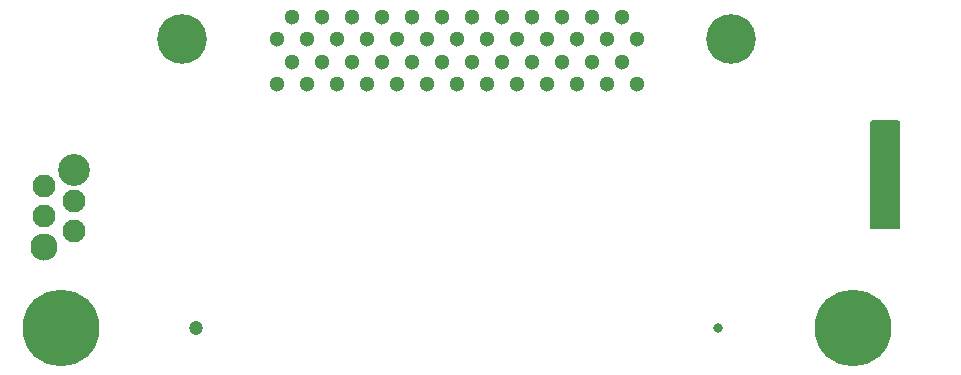
<source format=gbs>
G04 #@! TF.GenerationSoftware,KiCad,Pcbnew,8.0.6*
G04 #@! TF.CreationDate,2024-11-07T02:26:42-08:00*
G04 #@! TF.ProjectId,hvd-50-hd,6876642d-3530-42d6-9864-2e6b69636164,1*
G04 #@! TF.SameCoordinates,Original*
G04 #@! TF.FileFunction,Soldermask,Bot*
G04 #@! TF.FilePolarity,Negative*
%FSLAX46Y46*%
G04 Gerber Fmt 4.6, Leading zero omitted, Abs format (unit mm)*
G04 Created by KiCad (PCBNEW 8.0.6) date 2024-11-07 02:26:42*
%MOMM*%
%LPD*%
G01*
G04 APERTURE LIST*
%ADD10C,0.800000*%
%ADD11C,1.200000*%
%ADD12C,6.500000*%
%ADD13C,1.300000*%
%ADD14C,4.200000*%
%ADD15C,2.300000*%
%ADD16C,2.700000*%
%ADD17C,1.950000*%
G04 APERTURE END LIST*
D10*
G04 #@! TO.C,J1*
X-15400000Y4000000D03*
D11*
X-59600000Y4000000D03*
G04 #@! TD*
D12*
G04 #@! TO.C,H4*
X-4000000Y4000000D03*
G04 #@! TD*
D13*
G04 #@! TO.C,J5*
X-52740001Y24606000D03*
X-51470000Y26511001D03*
X-50200000Y24606000D03*
X-48930001Y26511001D03*
X-47659999Y24606000D03*
X-46390000Y26510998D03*
X-45119999Y24606000D03*
X-43850001Y26511001D03*
X-42579998Y24606000D03*
X-41310001Y26511001D03*
X-40039997Y24606000D03*
X-38770000Y26511001D03*
X-37500000Y24606000D03*
X-36229999Y26510998D03*
X-34959999Y24606000D03*
X-33690000Y26510998D03*
X-32419998Y24606000D03*
X-31149999Y26511001D03*
X-29880001Y24606000D03*
X-28610000Y26511001D03*
X-27340000Y24606000D03*
X-26070000Y26511001D03*
X-24799999Y24606000D03*
X-23530000Y26510998D03*
X-22259999Y24606000D03*
X-52740002Y28416000D03*
X-51470000Y30320999D03*
X-50200002Y28415999D03*
X-48929998Y30320999D03*
X-47660000Y28415999D03*
X-46389999Y30320999D03*
X-45120000Y28415999D03*
X-43849998Y30320999D03*
X-42580001Y28415999D03*
X-41309999Y30320999D03*
X-40040000Y28416000D03*
X-38770000Y30320999D03*
X-37500000Y28415999D03*
X-36229999Y30320999D03*
X-34960002Y28415999D03*
X-33689997Y30320999D03*
X-32420000Y28415999D03*
X-31149999Y30320999D03*
X-29880002Y28416000D03*
X-28610000Y30320998D03*
X-27340002Y28415999D03*
X-26069998Y30320999D03*
X-24800000Y28415999D03*
X-23529999Y30320999D03*
X-22260000Y28415999D03*
D14*
X-14258999Y28415999D03*
X-60741000Y28415999D03*
G04 #@! TD*
D15*
G04 #@! TO.C,J3*
X-72440000Y10870000D03*
D16*
X-69900000Y17340000D03*
D17*
X-72440000Y16010000D03*
X-69900000Y14740000D03*
X-72440000Y13470000D03*
X-69900000Y12200000D03*
G04 #@! TD*
D12*
G04 #@! TO.C,H3*
X-71000000Y4000000D03*
G04 #@! TD*
G36*
X-56961Y21530315D02*
G01*
X-11206Y21477511D01*
X0Y21426000D01*
X0Y12474000D01*
X-19685Y12406961D01*
X-72489Y12361206D01*
X-124000Y12350000D01*
X-2376000Y12350000D01*
X-2443039Y12369685D01*
X-2488794Y12422489D01*
X-2500000Y12474000D01*
X-2500000Y21426000D01*
X-2480315Y21493039D01*
X-2427511Y21538794D01*
X-2376000Y21550000D01*
X-124000Y21550000D01*
X-56961Y21530315D01*
G37*
M02*

</source>
